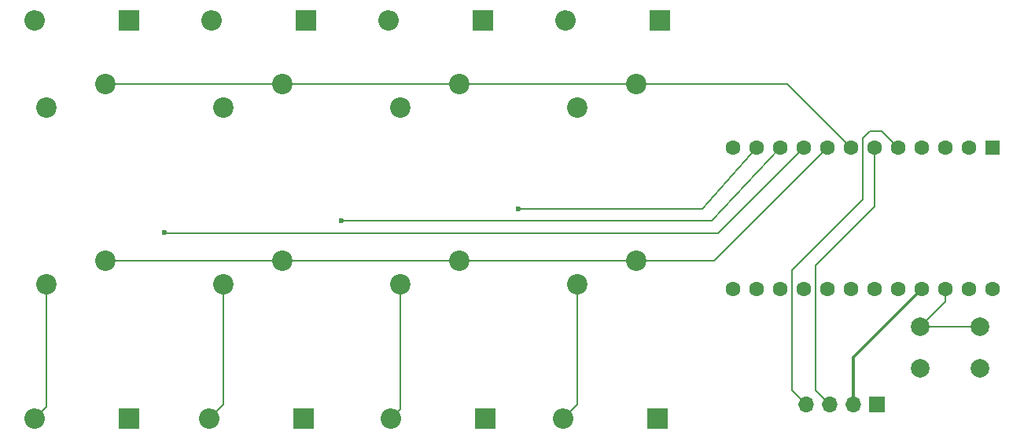
<source format=gbr>
%TF.GenerationSoftware,KiCad,Pcbnew,8.0.5*%
%TF.CreationDate,2024-10-03T21:29:31+02:00*%
%TF.ProjectId,knowabunga-macro,6b6e6f77-6162-4756-9e67-612d6d616372,rev?*%
%TF.SameCoordinates,Original*%
%TF.FileFunction,Copper,L1,Top*%
%TF.FilePolarity,Positive*%
%FSLAX46Y46*%
G04 Gerber Fmt 4.6, Leading zero omitted, Abs format (unit mm)*
G04 Created by KiCad (PCBNEW 8.0.5) date 2024-10-03 21:29:31*
%MOMM*%
%LPD*%
G01*
G04 APERTURE LIST*
%TA.AperFunction,ComponentPad*%
%ADD10C,2.000000*%
%TD*%
%TA.AperFunction,ComponentPad*%
%ADD11R,1.700000X1.700000*%
%TD*%
%TA.AperFunction,ComponentPad*%
%ADD12O,1.700000X1.700000*%
%TD*%
%TA.AperFunction,ComponentPad*%
%ADD13R,1.600000X1.600000*%
%TD*%
%TA.AperFunction,ComponentPad*%
%ADD14C,1.600000*%
%TD*%
%TA.AperFunction,ComponentPad*%
%ADD15C,2.200000*%
%TD*%
%TA.AperFunction,ComponentPad*%
%ADD16R,2.200000X2.200000*%
%TD*%
%TA.AperFunction,ComponentPad*%
%ADD17O,2.200000X2.200000*%
%TD*%
%TA.AperFunction,ViaPad*%
%ADD18C,0.600000*%
%TD*%
%TA.AperFunction,Conductor*%
%ADD19C,0.200000*%
%TD*%
%TA.AperFunction,Conductor*%
%ADD20C,0.300000*%
%TD*%
G04 APERTURE END LIST*
D10*
%TO.P,RST,1,1*%
%TO.N,GND*%
X174700000Y-85816000D03*
X168200000Y-85816000D03*
%TO.P,RST,2,2*%
%TO.N,RST*%
X174700000Y-81316000D03*
X168200000Y-81316000D03*
%TD*%
D11*
%TO.P,J1,1,Pin_1*%
%TO.N,GND*%
X163576000Y-89662000D03*
D12*
%TO.P,J1,2,Pin_2*%
%TO.N,VCC*%
X161036000Y-89662000D03*
%TO.P,J1,3,Pin_3*%
%TO.N,SCL*%
X158496000Y-89662000D03*
%TO.P,J1,4,Pin_4*%
%TO.N,SDA*%
X155956000Y-89662000D03*
%TD*%
D13*
%TO.P,U1,1,TX*%
%TO.N,unconnected-(U1-TX-Pad1)*%
X176022000Y-61976000D03*
D14*
%TO.P,U1,2,RX*%
%TO.N,unconnected-(U1-RX-Pad2)*%
X173482000Y-61976000D03*
%TO.P,U1,3,GND*%
%TO.N,GND*%
X170942000Y-61976000D03*
%TO.P,U1,4,GND*%
X168402000Y-61976000D03*
%TO.P,U1,5,SDA*%
%TO.N,SDA*%
X165862000Y-61976000D03*
%TO.P,U1,6,SCL*%
%TO.N,SCL*%
X163322000Y-61976000D03*
%TO.P,U1,7,D4*%
%TO.N,C0*%
X160782000Y-61976000D03*
%TO.P,U1,8,C6*%
%TO.N,C1*%
X158242000Y-61976000D03*
%TO.P,U1,9,D7*%
%TO.N,R0*%
X155702000Y-61976000D03*
%TO.P,U1,10,E6*%
%TO.N,R1*%
X153162000Y-61976000D03*
%TO.P,U1,11,B4*%
%TO.N,R2*%
X150622000Y-61976000D03*
%TO.P,U1,12,B5*%
%TO.N,R3*%
X148082000Y-61976000D03*
%TO.P,U1,13,B6*%
%TO.N,unconnected-(U1-B6-Pad13)*%
X148082000Y-77216000D03*
%TO.P,U1,14,B2*%
%TO.N,unconnected-(U1-B2-Pad14)*%
X150622000Y-77216000D03*
%TO.P,U1,15,B3*%
%TO.N,unconnected-(U1-B3-Pad15)*%
X153162000Y-77216000D03*
%TO.P,U1,16,B1*%
%TO.N,unconnected-(U1-B1-Pad16)*%
X155702000Y-77216000D03*
%TO.P,U1,17,F7*%
%TO.N,unconnected-(U1-F7-Pad17)*%
X158242000Y-77216000D03*
%TO.P,U1,18,F6*%
%TO.N,unconnected-(U1-F6-Pad18)*%
X160782000Y-77216000D03*
%TO.P,U1,19,F5*%
%TO.N,unconnected-(U1-F5-Pad19)*%
X163322000Y-77216000D03*
%TO.P,U1,20,F4*%
%TO.N,unconnected-(U1-F4-Pad20)*%
X165862000Y-77216000D03*
%TO.P,U1,21,VCC*%
%TO.N,VCC*%
X168402000Y-77216000D03*
%TO.P,U1,22,RST*%
%TO.N,RST*%
X170942000Y-77216000D03*
%TO.P,U1,23,GND*%
%TO.N,GND*%
X173482000Y-77216000D03*
%TO.P,U1,24,RAW*%
%TO.N,unconnected-(U1-RAW-Pad24)*%
X176022000Y-77216000D03*
%TD*%
D15*
%TO.P,SW8,1,1*%
%TO.N,C1*%
X137668000Y-74168000D03*
%TO.P,SW8,2,2*%
%TO.N,Net-(D8-A)*%
X131318000Y-76708000D03*
%TD*%
%TO.P,SW7,1,1*%
%TO.N,C0*%
X137668000Y-55118000D03*
%TO.P,SW7,2,2*%
%TO.N,Net-(D7-A)*%
X131318000Y-57658000D03*
%TD*%
%TO.P,SW6,1,1*%
%TO.N,C1*%
X118618000Y-74168000D03*
%TO.P,SW6,2,2*%
%TO.N,Net-(D6-A)*%
X112268000Y-76708000D03*
%TD*%
%TO.P,SW5,1,1*%
%TO.N,C0*%
X118618000Y-55118000D03*
%TO.P,SW5,2,2*%
%TO.N,Net-(D5-A)*%
X112268000Y-57658000D03*
%TD*%
%TO.P,SW4,1,1*%
%TO.N,C1*%
X99568000Y-74168000D03*
%TO.P,SW4,2,2*%
%TO.N,Net-(D4-A)*%
X93218000Y-76708000D03*
%TD*%
%TO.P,SW3,1,1*%
%TO.N,C0*%
X99568000Y-55118000D03*
%TO.P,SW3,2,2*%
%TO.N,Net-(D3-A)*%
X93218000Y-57658000D03*
%TD*%
%TO.P,SW2,1,1*%
%TO.N,C1*%
X80518000Y-74168000D03*
%TO.P,SW2,2,2*%
%TO.N,Net-(D2-A)*%
X74168000Y-76708000D03*
%TD*%
%TO.P,SW1,1,1*%
%TO.N,C0*%
X80518000Y-55118000D03*
%TO.P,SW1,2,2*%
%TO.N,Net-(D1-A)*%
X74168000Y-57658000D03*
%TD*%
D16*
%TO.P,D8,1,K*%
%TO.N,R3*%
X139954000Y-91186000D03*
D17*
%TO.P,D8,2,A*%
%TO.N,Net-(D8-A)*%
X129794000Y-91186000D03*
%TD*%
D16*
%TO.P,D7,1,K*%
%TO.N,R3*%
X140208000Y-48260000D03*
D17*
%TO.P,D7,2,A*%
%TO.N,Net-(D7-A)*%
X130048000Y-48260000D03*
%TD*%
D16*
%TO.P,D6,1,K*%
%TO.N,R2*%
X121412000Y-91186000D03*
D17*
%TO.P,D6,2,A*%
%TO.N,Net-(D6-A)*%
X111252000Y-91186000D03*
%TD*%
D16*
%TO.P,D5,1,K*%
%TO.N,R2*%
X121158000Y-48260000D03*
D17*
%TO.P,D5,2,A*%
%TO.N,Net-(D5-A)*%
X110998000Y-48260000D03*
%TD*%
D16*
%TO.P,D4,1,K*%
%TO.N,R1*%
X101854000Y-91186000D03*
D17*
%TO.P,D4,2,A*%
%TO.N,Net-(D4-A)*%
X91694000Y-91186000D03*
%TD*%
D16*
%TO.P,D3,1,K*%
%TO.N,R1*%
X102108000Y-48260000D03*
D17*
%TO.P,D3,2,A*%
%TO.N,Net-(D3-A)*%
X91948000Y-48260000D03*
%TD*%
D16*
%TO.P,D2,1,K*%
%TO.N,R0*%
X83058000Y-91186000D03*
D17*
%TO.P,D2,2,A*%
%TO.N,Net-(D2-A)*%
X72898000Y-91186000D03*
%TD*%
D16*
%TO.P,D1,1,K*%
%TO.N,R0*%
X83058000Y-48260000D03*
D17*
%TO.P,D1,2,A*%
%TO.N,Net-(D1-A)*%
X72898000Y-48260000D03*
%TD*%
D18*
%TO.N,R2*%
X124968000Y-68580000D03*
%TO.N,R1*%
X105918000Y-69850000D03*
%TO.N,R0*%
X86868000Y-71120000D03*
%TD*%
D19*
%TO.N,RST*%
X174700000Y-81316000D02*
X168200000Y-81316000D01*
X170942000Y-78574000D02*
X168200000Y-81316000D01*
X170942000Y-77216000D02*
X170942000Y-78574000D01*
D20*
%TO.N,VCC*%
X161036000Y-84582000D02*
X161036000Y-89662000D01*
X168402000Y-77216000D02*
X161036000Y-84582000D01*
D19*
%TO.N,SDA*%
X154432000Y-75184000D02*
X154432000Y-88138000D01*
X162052000Y-67564000D02*
X154432000Y-75184000D01*
X162052000Y-60960000D02*
X162052000Y-67564000D01*
X164084000Y-60198000D02*
X162814000Y-60198000D01*
X162814000Y-60198000D02*
X162052000Y-60960000D01*
X165862000Y-61976000D02*
X164084000Y-60198000D01*
X154432000Y-88138000D02*
X155956000Y-89662000D01*
%TO.N,SCL*%
X156972000Y-88138000D02*
X158496000Y-89662000D01*
X156972000Y-74676000D02*
X156972000Y-88138000D01*
X163322000Y-68326000D02*
X156972000Y-74676000D01*
X163322000Y-61976000D02*
X163322000Y-68326000D01*
%TO.N,R1*%
X145796000Y-69850000D02*
X153162000Y-61976000D01*
X105918000Y-69850000D02*
X145796000Y-69850000D01*
%TO.N,R2*%
X144780000Y-68580000D02*
X150622000Y-61976000D01*
X124968000Y-68580000D02*
X144780000Y-68580000D01*
%TO.N,R0*%
X86960000Y-71212000D02*
X86868000Y-71120000D01*
X146466000Y-71212000D02*
X86960000Y-71212000D01*
X155702000Y-61976000D02*
X146466000Y-71212000D01*
%TO.N,Net-(D8-A)*%
X131318000Y-89662000D02*
X129794000Y-91186000D01*
X131318000Y-76708000D02*
X131318000Y-89662000D01*
%TO.N,Net-(D6-A)*%
X112268000Y-90170000D02*
X111252000Y-91186000D01*
X112268000Y-76708000D02*
X112268000Y-90170000D01*
%TO.N,Net-(D4-A)*%
X93218000Y-89662000D02*
X93218000Y-76708000D01*
X91694000Y-91186000D02*
X93218000Y-89662000D01*
%TO.N,Net-(D2-A)*%
X74168000Y-89916000D02*
X74168000Y-76708000D01*
X72898000Y-91186000D02*
X74168000Y-89916000D01*
%TO.N,C0*%
X153924000Y-55118000D02*
X137668000Y-55118000D01*
X160782000Y-61976000D02*
X153924000Y-55118000D01*
%TO.N,C1*%
X146050000Y-74168000D02*
X158242000Y-61976000D01*
X137668000Y-74168000D02*
X146050000Y-74168000D01*
%TO.N,C0*%
X118618000Y-55118000D02*
X137668000Y-55118000D01*
X99568000Y-55118000D02*
X118618000Y-55118000D01*
X80518000Y-55118000D02*
X99568000Y-55118000D01*
%TO.N,C1*%
X137668000Y-74168000D02*
X118618000Y-74168000D01*
X99568000Y-74168000D02*
X118618000Y-74168000D01*
X80518000Y-74168000D02*
X99568000Y-74168000D01*
%TD*%
M02*

</source>
